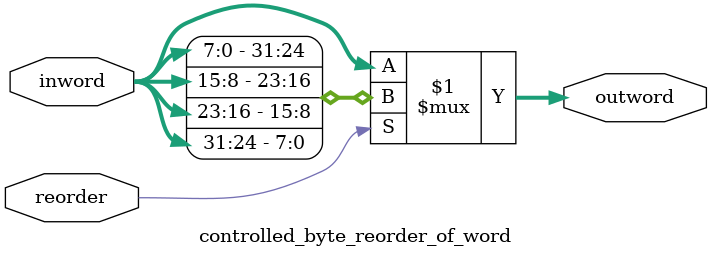
<source format=v>
module controlled_byte_reorder_of_word
(
input [31:0] inword,
output [31:0] outword,
input reorder
);

assign outword = reorder ? {inword[7:0],inword[15:8],inword[23:16],inword[31:24]} : inword;

endmodule

</source>
